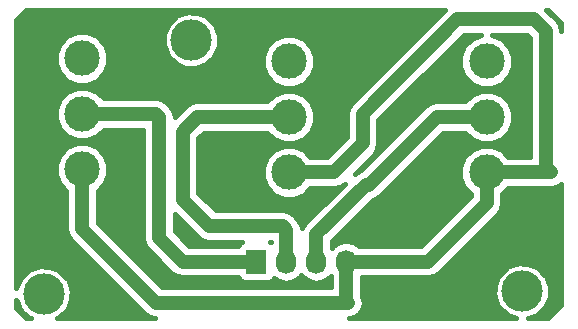
<source format=gbr>
G04 #@! TF.FileFunction,Copper,L1,Top,Signal*
%FSLAX46Y46*%
G04 Gerber Fmt 4.6, Leading zero omitted, Abs format (unit mm)*
G04 Created by KiCad (PCBNEW 4.0.0-rc2-stable) date 2-4-2016 11:02:50*
%MOMM*%
G01*
G04 APERTURE LIST*
%ADD10C,0.100000*%
%ADD11C,3.500120*%
%ADD12R,1.727200X2.032000*%
%ADD13O,1.727200X2.032000*%
%ADD14C,2.997200*%
%ADD15C,1.200000*%
%ADD16C,0.450000*%
%ADD17C,0.454000*%
G04 APERTURE END LIST*
D10*
D11*
X57250000Y-38500000D03*
D12*
X34750000Y-36000000D03*
D13*
X37290000Y-36000000D03*
X39830000Y-36000000D03*
X42370000Y-36000000D03*
D14*
X54250000Y-28449000D03*
X54250000Y-23750000D03*
X54250000Y-19051000D03*
X20000000Y-28199000D03*
X20000000Y-23500000D03*
X20000000Y-18801000D03*
X37500000Y-28449000D03*
X37500000Y-23750000D03*
X37500000Y-19051000D03*
D11*
X16750000Y-38750000D03*
X29250000Y-17250000D03*
D15*
X34750000Y-36000000D02*
X28500000Y-36000000D01*
X26250000Y-23500000D02*
X20000000Y-23500000D01*
X26500000Y-23750000D02*
X26250000Y-23500000D01*
X26500000Y-34000000D02*
X26500000Y-23750000D01*
X28500000Y-36000000D02*
X26500000Y-34000000D01*
X37500000Y-23750000D02*
X29750000Y-23750000D01*
X37290000Y-33290000D02*
X37290000Y-36000000D01*
X37000000Y-33000000D02*
X37290000Y-33290000D01*
X30750000Y-33000000D02*
X37000000Y-33000000D01*
X28500000Y-30750000D02*
X30750000Y-33000000D01*
X28500000Y-25000000D02*
X28500000Y-30750000D01*
X29750000Y-23750000D02*
X28500000Y-25000000D01*
X54250000Y-23750000D02*
X50000000Y-23750000D01*
X39830000Y-33670000D02*
X39830000Y-36000000D01*
X44000000Y-29500000D02*
X39830000Y-33670000D01*
X44250000Y-29500000D02*
X44000000Y-29500000D01*
X50000000Y-23750000D02*
X44250000Y-29500000D01*
X54250000Y-28449000D02*
X59699000Y-28449000D01*
X41301000Y-28449000D02*
X37500000Y-28449000D01*
X43750000Y-26000000D02*
X41301000Y-28449000D01*
X43750000Y-23500000D02*
X43750000Y-26000000D01*
X51750000Y-15500000D02*
X43750000Y-23500000D01*
X58250000Y-15500000D02*
X51750000Y-15500000D01*
X59250000Y-16500000D02*
X58250000Y-15500000D01*
X59250000Y-28000000D02*
X59250000Y-16500000D01*
X59699000Y-28449000D02*
X59250000Y-28000000D01*
X20000000Y-28199000D02*
X20000000Y-33250000D01*
X42370000Y-39370000D02*
X42370000Y-36000000D01*
X42500000Y-39500000D02*
X42370000Y-39370000D01*
X26250000Y-39500000D02*
X42500000Y-39500000D01*
X20000000Y-33250000D02*
X26250000Y-39500000D01*
X54250000Y-28449000D02*
X54250000Y-31000000D01*
X49250000Y-36000000D02*
X42370000Y-36000000D01*
X54250000Y-31000000D02*
X49250000Y-36000000D01*
D16*
X42370000Y-36000000D02*
X42620000Y-35750000D01*
D17*
G36*
X60565000Y-39716264D02*
X59466264Y-40815000D01*
X57741382Y-40815000D01*
X57836324Y-40775771D01*
X58516985Y-40515855D01*
X58627554Y-40441975D01*
X58648822Y-40391908D01*
X59143406Y-39898185D01*
X59191975Y-39877554D01*
X59214487Y-39827228D01*
X59221754Y-39819974D01*
X59273797Y-39694640D01*
X59571318Y-39029532D01*
X59572858Y-38974425D01*
X59576796Y-38964940D01*
X59576914Y-38829205D01*
X59597261Y-38100893D01*
X59577595Y-38049392D01*
X59577604Y-38039122D01*
X59525771Y-37913676D01*
X59265855Y-37233015D01*
X59191975Y-37122446D01*
X59141908Y-37101178D01*
X58648185Y-36606594D01*
X58627554Y-36558025D01*
X58577228Y-36535513D01*
X58569974Y-36528246D01*
X58444640Y-36476203D01*
X57779532Y-36178682D01*
X57724425Y-36177142D01*
X57714940Y-36173204D01*
X57579205Y-36173086D01*
X56850893Y-36152739D01*
X56799392Y-36172405D01*
X56789122Y-36172396D01*
X56663676Y-36224229D01*
X55983015Y-36484145D01*
X55872446Y-36558025D01*
X55851178Y-36608092D01*
X55356594Y-37101815D01*
X55308025Y-37122446D01*
X55285513Y-37172772D01*
X55278246Y-37180026D01*
X55226203Y-37305360D01*
X54928682Y-37970468D01*
X54927142Y-38025575D01*
X54923204Y-38035060D01*
X54923086Y-38170795D01*
X54902739Y-38899107D01*
X54922405Y-38950608D01*
X54922396Y-38960878D01*
X54974229Y-39086324D01*
X55234145Y-39766985D01*
X55308025Y-39877554D01*
X55358092Y-39898822D01*
X55851815Y-40393406D01*
X55872446Y-40441975D01*
X55922772Y-40464487D01*
X55930026Y-40471754D01*
X56055360Y-40523797D01*
X56706344Y-40815000D01*
X42560332Y-40815000D01*
X43007821Y-40725988D01*
X43438331Y-40438331D01*
X43725988Y-40007821D01*
X43827001Y-39500000D01*
X43725988Y-38992179D01*
X43697000Y-38948795D01*
X43697000Y-37327000D01*
X49250000Y-37327000D01*
X49757821Y-37225988D01*
X50188331Y-36938331D01*
X55188331Y-31938331D01*
X55475988Y-31507821D01*
X55577001Y-31000000D01*
X55577000Y-30999995D01*
X55577000Y-30269045D01*
X56070906Y-29776000D01*
X59698995Y-29776000D01*
X59699000Y-29776001D01*
X60206821Y-29674988D01*
X60565000Y-29435661D01*
X60565000Y-39716264D01*
X60565000Y-39716264D01*
G37*
X60565000Y-39716264D02*
X59466264Y-40815000D01*
X57741382Y-40815000D01*
X57836324Y-40775771D01*
X58516985Y-40515855D01*
X58627554Y-40441975D01*
X58648822Y-40391908D01*
X59143406Y-39898185D01*
X59191975Y-39877554D01*
X59214487Y-39827228D01*
X59221754Y-39819974D01*
X59273797Y-39694640D01*
X59571318Y-39029532D01*
X59572858Y-38974425D01*
X59576796Y-38964940D01*
X59576914Y-38829205D01*
X59597261Y-38100893D01*
X59577595Y-38049392D01*
X59577604Y-38039122D01*
X59525771Y-37913676D01*
X59265855Y-37233015D01*
X59191975Y-37122446D01*
X59141908Y-37101178D01*
X58648185Y-36606594D01*
X58627554Y-36558025D01*
X58577228Y-36535513D01*
X58569974Y-36528246D01*
X58444640Y-36476203D01*
X57779532Y-36178682D01*
X57724425Y-36177142D01*
X57714940Y-36173204D01*
X57579205Y-36173086D01*
X56850893Y-36152739D01*
X56799392Y-36172405D01*
X56789122Y-36172396D01*
X56663676Y-36224229D01*
X55983015Y-36484145D01*
X55872446Y-36558025D01*
X55851178Y-36608092D01*
X55356594Y-37101815D01*
X55308025Y-37122446D01*
X55285513Y-37172772D01*
X55278246Y-37180026D01*
X55226203Y-37305360D01*
X54928682Y-37970468D01*
X54927142Y-38025575D01*
X54923204Y-38035060D01*
X54923086Y-38170795D01*
X54902739Y-38899107D01*
X54922405Y-38950608D01*
X54922396Y-38960878D01*
X54974229Y-39086324D01*
X55234145Y-39766985D01*
X55308025Y-39877554D01*
X55358092Y-39898822D01*
X55851815Y-40393406D01*
X55872446Y-40441975D01*
X55922772Y-40464487D01*
X55930026Y-40471754D01*
X56055360Y-40523797D01*
X56706344Y-40815000D01*
X42560332Y-40815000D01*
X43007821Y-40725988D01*
X43438331Y-40438331D01*
X43725988Y-40007821D01*
X43827001Y-39500000D01*
X43725988Y-38992179D01*
X43697000Y-38948795D01*
X43697000Y-37327000D01*
X49250000Y-37327000D01*
X49757821Y-37225988D01*
X50188331Y-36938331D01*
X55188331Y-31938331D01*
X55475988Y-31507821D01*
X55577001Y-31000000D01*
X55577000Y-30999995D01*
X55577000Y-30269045D01*
X56070906Y-29776000D01*
X59698995Y-29776000D01*
X59699000Y-29776001D01*
X60206821Y-29674988D01*
X60565000Y-29435661D01*
X60565000Y-39716264D01*
G36*
X14474229Y-39336324D02*
X14734145Y-40016985D01*
X14808025Y-40127554D01*
X14858092Y-40148822D01*
X15351815Y-40643406D01*
X15372446Y-40691975D01*
X15422772Y-40714487D01*
X15430026Y-40721754D01*
X15555360Y-40773797D01*
X15647469Y-40815000D01*
X15283736Y-40815000D01*
X14435000Y-39966264D01*
X14435000Y-39241382D01*
X14474229Y-39336324D01*
X14474229Y-39336324D01*
G37*
X14474229Y-39336324D02*
X14734145Y-40016985D01*
X14808025Y-40127554D01*
X14858092Y-40148822D01*
X15351815Y-40643406D01*
X15372446Y-40691975D01*
X15422772Y-40714487D01*
X15430026Y-40721754D01*
X15555360Y-40773797D01*
X15647469Y-40815000D01*
X15283736Y-40815000D01*
X14435000Y-39966264D01*
X14435000Y-39241382D01*
X14474229Y-39336324D01*
G36*
X42811669Y-22561669D02*
X42524012Y-22992179D01*
X42423000Y-23500000D01*
X42423000Y-25450338D01*
X40751338Y-27122000D01*
X39320045Y-27122000D01*
X38762347Y-26563328D01*
X37944641Y-26223787D01*
X37059243Y-26223015D01*
X36240946Y-26561128D01*
X35614328Y-27186653D01*
X35274787Y-28004359D01*
X35274015Y-28889757D01*
X35612128Y-29708054D01*
X36237653Y-30334672D01*
X37055359Y-30674213D01*
X37940757Y-30674985D01*
X38759054Y-30336872D01*
X39320906Y-29776000D01*
X41301000Y-29776000D01*
X41808821Y-29674988D01*
X42229316Y-29394023D01*
X38891669Y-32731669D01*
X38604012Y-33162179D01*
X38597793Y-33193442D01*
X38515988Y-32782179D01*
X38228331Y-32351669D01*
X37938331Y-32061669D01*
X37507821Y-31774012D01*
X37000000Y-31673000D01*
X31299661Y-31673000D01*
X29827000Y-30200338D01*
X29827000Y-25549662D01*
X30299662Y-25077000D01*
X35679955Y-25077000D01*
X36237653Y-25635672D01*
X37055359Y-25975213D01*
X37940757Y-25975985D01*
X38759054Y-25637872D01*
X39385672Y-25012347D01*
X39725213Y-24194641D01*
X39725985Y-23309243D01*
X39387872Y-22490946D01*
X38762347Y-21864328D01*
X37944641Y-21524787D01*
X37059243Y-21524015D01*
X36240946Y-21862128D01*
X35679094Y-22423000D01*
X29750000Y-22423000D01*
X29242179Y-22524012D01*
X28811669Y-22811669D01*
X27827000Y-23796338D01*
X27827000Y-23750000D01*
X27725988Y-23242179D01*
X27438331Y-22811669D01*
X27438328Y-22811667D01*
X27188331Y-22561669D01*
X26757821Y-22274012D01*
X26250000Y-22173000D01*
X21820045Y-22173000D01*
X21262347Y-21614328D01*
X20444641Y-21274787D01*
X19559243Y-21274015D01*
X18740946Y-21612128D01*
X18114328Y-22237653D01*
X17774787Y-23055359D01*
X17774015Y-23940757D01*
X18112128Y-24759054D01*
X18737653Y-25385672D01*
X19555359Y-25725213D01*
X20440757Y-25725985D01*
X21259054Y-25387872D01*
X21820906Y-24827000D01*
X25173000Y-24827000D01*
X25173000Y-34000000D01*
X25274012Y-34507821D01*
X25561669Y-34938331D01*
X27561669Y-36938331D01*
X27992179Y-37225988D01*
X28500000Y-37327000D01*
X33222613Y-37327000D01*
X33355072Y-37532846D01*
X33598015Y-37698843D01*
X33886400Y-37757242D01*
X35613600Y-37757242D01*
X35883010Y-37706549D01*
X36130446Y-37547328D01*
X36252099Y-37369284D01*
X36681304Y-37656070D01*
X37290000Y-37777147D01*
X37898696Y-37656070D01*
X38414724Y-37311271D01*
X38560000Y-37093850D01*
X38705276Y-37311271D01*
X39221304Y-37656070D01*
X39830000Y-37777147D01*
X40438696Y-37656070D01*
X40954724Y-37311271D01*
X41043000Y-37179157D01*
X41043000Y-38173000D01*
X26799662Y-38173000D01*
X21327000Y-32700338D01*
X21327000Y-30019045D01*
X21885672Y-29461347D01*
X22225213Y-28643641D01*
X22225985Y-27758243D01*
X21887872Y-26939946D01*
X21262347Y-26313328D01*
X20444641Y-25973787D01*
X19559243Y-25973015D01*
X18740946Y-26311128D01*
X18114328Y-26936653D01*
X17774787Y-27754359D01*
X17774015Y-28639757D01*
X18112128Y-29458054D01*
X18673000Y-30019906D01*
X18673000Y-33250000D01*
X18774012Y-33757821D01*
X19061669Y-34188331D01*
X25311669Y-40438331D01*
X25742179Y-40725988D01*
X26189668Y-40815000D01*
X17888285Y-40815000D01*
X18016985Y-40765855D01*
X18127554Y-40691975D01*
X18148822Y-40641908D01*
X18643406Y-40148185D01*
X18691975Y-40127554D01*
X18714487Y-40077228D01*
X18721754Y-40069974D01*
X18773797Y-39944640D01*
X19071318Y-39279532D01*
X19072858Y-39224425D01*
X19076796Y-39214940D01*
X19076914Y-39079205D01*
X19097261Y-38350893D01*
X19077595Y-38299392D01*
X19077604Y-38289122D01*
X19025771Y-38163676D01*
X18765855Y-37483015D01*
X18691975Y-37372446D01*
X18641908Y-37351178D01*
X18148185Y-36856594D01*
X18127554Y-36808025D01*
X18077228Y-36785513D01*
X18069974Y-36778246D01*
X17944640Y-36726203D01*
X17279532Y-36428682D01*
X17224425Y-36427142D01*
X17214940Y-36423204D01*
X17079205Y-36423086D01*
X16350893Y-36402739D01*
X16299392Y-36422405D01*
X16289122Y-36422396D01*
X16163676Y-36474229D01*
X15483015Y-36734145D01*
X15372446Y-36808025D01*
X15351178Y-36858092D01*
X14856594Y-37351815D01*
X14808025Y-37372446D01*
X14785513Y-37422772D01*
X14778246Y-37430026D01*
X14726203Y-37555360D01*
X14435000Y-38206344D01*
X14435000Y-19241757D01*
X17774015Y-19241757D01*
X18112128Y-20060054D01*
X18737653Y-20686672D01*
X19555359Y-21026213D01*
X20440757Y-21026985D01*
X21259054Y-20688872D01*
X21885672Y-20063347D01*
X22225213Y-19245641D01*
X22225985Y-18360243D01*
X21932150Y-17649107D01*
X26902739Y-17649107D01*
X26922405Y-17700608D01*
X26922396Y-17710878D01*
X26974229Y-17836324D01*
X27234145Y-18516985D01*
X27308025Y-18627554D01*
X27358092Y-18648822D01*
X27851815Y-19143406D01*
X27872446Y-19191975D01*
X27922772Y-19214487D01*
X27930026Y-19221754D01*
X28055360Y-19273797D01*
X28720468Y-19571318D01*
X28775575Y-19572858D01*
X28785060Y-19576796D01*
X28920795Y-19576914D01*
X29649107Y-19597261D01*
X29700608Y-19577595D01*
X29710878Y-19577604D01*
X29836324Y-19525771D01*
X29925398Y-19491757D01*
X35274015Y-19491757D01*
X35612128Y-20310054D01*
X36237653Y-20936672D01*
X37055359Y-21276213D01*
X37940757Y-21276985D01*
X38759054Y-20938872D01*
X39385672Y-20313347D01*
X39725213Y-19495641D01*
X39725985Y-18610243D01*
X39387872Y-17791946D01*
X38762347Y-17165328D01*
X37944641Y-16825787D01*
X37059243Y-16825015D01*
X36240946Y-17163128D01*
X35614328Y-17788653D01*
X35274787Y-18606359D01*
X35274015Y-19491757D01*
X29925398Y-19491757D01*
X30516985Y-19265855D01*
X30627554Y-19191975D01*
X30648822Y-19141908D01*
X31143406Y-18648185D01*
X31191975Y-18627554D01*
X31214487Y-18577228D01*
X31221754Y-18569974D01*
X31273797Y-18444640D01*
X31571318Y-17779532D01*
X31572858Y-17724425D01*
X31576796Y-17714940D01*
X31576914Y-17579205D01*
X31597261Y-16850893D01*
X31577595Y-16799392D01*
X31577604Y-16789122D01*
X31525771Y-16663676D01*
X31265855Y-15983015D01*
X31191975Y-15872446D01*
X31141908Y-15851178D01*
X30648185Y-15356594D01*
X30627554Y-15308025D01*
X30577228Y-15285513D01*
X30569974Y-15278246D01*
X30444640Y-15226203D01*
X29779532Y-14928682D01*
X29724425Y-14927142D01*
X29714940Y-14923204D01*
X29579205Y-14923086D01*
X28850893Y-14902739D01*
X28799392Y-14922405D01*
X28789122Y-14922396D01*
X28663676Y-14974229D01*
X27983015Y-15234145D01*
X27872446Y-15308025D01*
X27851178Y-15358092D01*
X27356594Y-15851815D01*
X27308025Y-15872446D01*
X27285513Y-15922772D01*
X27278246Y-15930026D01*
X27226203Y-16055360D01*
X26928682Y-16720468D01*
X26927142Y-16775575D01*
X26923204Y-16785060D01*
X26923086Y-16920795D01*
X26902739Y-17649107D01*
X21932150Y-17649107D01*
X21887872Y-17541946D01*
X21262347Y-16915328D01*
X20444641Y-16575787D01*
X19559243Y-16575015D01*
X18740946Y-16913128D01*
X18114328Y-17538653D01*
X17774787Y-18356359D01*
X17774015Y-19241757D01*
X14435000Y-19241757D01*
X14435000Y-15533736D01*
X15283736Y-14685000D01*
X50688339Y-14685000D01*
X42811669Y-22561669D01*
X42811669Y-22561669D01*
G37*
X42811669Y-22561669D02*
X42524012Y-22992179D01*
X42423000Y-23500000D01*
X42423000Y-25450338D01*
X40751338Y-27122000D01*
X39320045Y-27122000D01*
X38762347Y-26563328D01*
X37944641Y-26223787D01*
X37059243Y-26223015D01*
X36240946Y-26561128D01*
X35614328Y-27186653D01*
X35274787Y-28004359D01*
X35274015Y-28889757D01*
X35612128Y-29708054D01*
X36237653Y-30334672D01*
X37055359Y-30674213D01*
X37940757Y-30674985D01*
X38759054Y-30336872D01*
X39320906Y-29776000D01*
X41301000Y-29776000D01*
X41808821Y-29674988D01*
X42229316Y-29394023D01*
X38891669Y-32731669D01*
X38604012Y-33162179D01*
X38597793Y-33193442D01*
X38515988Y-32782179D01*
X38228331Y-32351669D01*
X37938331Y-32061669D01*
X37507821Y-31774012D01*
X37000000Y-31673000D01*
X31299661Y-31673000D01*
X29827000Y-30200338D01*
X29827000Y-25549662D01*
X30299662Y-25077000D01*
X35679955Y-25077000D01*
X36237653Y-25635672D01*
X37055359Y-25975213D01*
X37940757Y-25975985D01*
X38759054Y-25637872D01*
X39385672Y-25012347D01*
X39725213Y-24194641D01*
X39725985Y-23309243D01*
X39387872Y-22490946D01*
X38762347Y-21864328D01*
X37944641Y-21524787D01*
X37059243Y-21524015D01*
X36240946Y-21862128D01*
X35679094Y-22423000D01*
X29750000Y-22423000D01*
X29242179Y-22524012D01*
X28811669Y-22811669D01*
X27827000Y-23796338D01*
X27827000Y-23750000D01*
X27725988Y-23242179D01*
X27438331Y-22811669D01*
X27438328Y-22811667D01*
X27188331Y-22561669D01*
X26757821Y-22274012D01*
X26250000Y-22173000D01*
X21820045Y-22173000D01*
X21262347Y-21614328D01*
X20444641Y-21274787D01*
X19559243Y-21274015D01*
X18740946Y-21612128D01*
X18114328Y-22237653D01*
X17774787Y-23055359D01*
X17774015Y-23940757D01*
X18112128Y-24759054D01*
X18737653Y-25385672D01*
X19555359Y-25725213D01*
X20440757Y-25725985D01*
X21259054Y-25387872D01*
X21820906Y-24827000D01*
X25173000Y-24827000D01*
X25173000Y-34000000D01*
X25274012Y-34507821D01*
X25561669Y-34938331D01*
X27561669Y-36938331D01*
X27992179Y-37225988D01*
X28500000Y-37327000D01*
X33222613Y-37327000D01*
X33355072Y-37532846D01*
X33598015Y-37698843D01*
X33886400Y-37757242D01*
X35613600Y-37757242D01*
X35883010Y-37706549D01*
X36130446Y-37547328D01*
X36252099Y-37369284D01*
X36681304Y-37656070D01*
X37290000Y-37777147D01*
X37898696Y-37656070D01*
X38414724Y-37311271D01*
X38560000Y-37093850D01*
X38705276Y-37311271D01*
X39221304Y-37656070D01*
X39830000Y-37777147D01*
X40438696Y-37656070D01*
X40954724Y-37311271D01*
X41043000Y-37179157D01*
X41043000Y-38173000D01*
X26799662Y-38173000D01*
X21327000Y-32700338D01*
X21327000Y-30019045D01*
X21885672Y-29461347D01*
X22225213Y-28643641D01*
X22225985Y-27758243D01*
X21887872Y-26939946D01*
X21262347Y-26313328D01*
X20444641Y-25973787D01*
X19559243Y-25973015D01*
X18740946Y-26311128D01*
X18114328Y-26936653D01*
X17774787Y-27754359D01*
X17774015Y-28639757D01*
X18112128Y-29458054D01*
X18673000Y-30019906D01*
X18673000Y-33250000D01*
X18774012Y-33757821D01*
X19061669Y-34188331D01*
X25311669Y-40438331D01*
X25742179Y-40725988D01*
X26189668Y-40815000D01*
X17888285Y-40815000D01*
X18016985Y-40765855D01*
X18127554Y-40691975D01*
X18148822Y-40641908D01*
X18643406Y-40148185D01*
X18691975Y-40127554D01*
X18714487Y-40077228D01*
X18721754Y-40069974D01*
X18773797Y-39944640D01*
X19071318Y-39279532D01*
X19072858Y-39224425D01*
X19076796Y-39214940D01*
X19076914Y-39079205D01*
X19097261Y-38350893D01*
X19077595Y-38299392D01*
X19077604Y-38289122D01*
X19025771Y-38163676D01*
X18765855Y-37483015D01*
X18691975Y-37372446D01*
X18641908Y-37351178D01*
X18148185Y-36856594D01*
X18127554Y-36808025D01*
X18077228Y-36785513D01*
X18069974Y-36778246D01*
X17944640Y-36726203D01*
X17279532Y-36428682D01*
X17224425Y-36427142D01*
X17214940Y-36423204D01*
X17079205Y-36423086D01*
X16350893Y-36402739D01*
X16299392Y-36422405D01*
X16289122Y-36422396D01*
X16163676Y-36474229D01*
X15483015Y-36734145D01*
X15372446Y-36808025D01*
X15351178Y-36858092D01*
X14856594Y-37351815D01*
X14808025Y-37372446D01*
X14785513Y-37422772D01*
X14778246Y-37430026D01*
X14726203Y-37555360D01*
X14435000Y-38206344D01*
X14435000Y-19241757D01*
X17774015Y-19241757D01*
X18112128Y-20060054D01*
X18737653Y-20686672D01*
X19555359Y-21026213D01*
X20440757Y-21026985D01*
X21259054Y-20688872D01*
X21885672Y-20063347D01*
X22225213Y-19245641D01*
X22225985Y-18360243D01*
X21932150Y-17649107D01*
X26902739Y-17649107D01*
X26922405Y-17700608D01*
X26922396Y-17710878D01*
X26974229Y-17836324D01*
X27234145Y-18516985D01*
X27308025Y-18627554D01*
X27358092Y-18648822D01*
X27851815Y-19143406D01*
X27872446Y-19191975D01*
X27922772Y-19214487D01*
X27930026Y-19221754D01*
X28055360Y-19273797D01*
X28720468Y-19571318D01*
X28775575Y-19572858D01*
X28785060Y-19576796D01*
X28920795Y-19576914D01*
X29649107Y-19597261D01*
X29700608Y-19577595D01*
X29710878Y-19577604D01*
X29836324Y-19525771D01*
X29925398Y-19491757D01*
X35274015Y-19491757D01*
X35612128Y-20310054D01*
X36237653Y-20936672D01*
X37055359Y-21276213D01*
X37940757Y-21276985D01*
X38759054Y-20938872D01*
X39385672Y-20313347D01*
X39725213Y-19495641D01*
X39725985Y-18610243D01*
X39387872Y-17791946D01*
X38762347Y-17165328D01*
X37944641Y-16825787D01*
X37059243Y-16825015D01*
X36240946Y-17163128D01*
X35614328Y-17788653D01*
X35274787Y-18606359D01*
X35274015Y-19491757D01*
X29925398Y-19491757D01*
X30516985Y-19265855D01*
X30627554Y-19191975D01*
X30648822Y-19141908D01*
X31143406Y-18648185D01*
X31191975Y-18627554D01*
X31214487Y-18577228D01*
X31221754Y-18569974D01*
X31273797Y-18444640D01*
X31571318Y-17779532D01*
X31572858Y-17724425D01*
X31576796Y-17714940D01*
X31576914Y-17579205D01*
X31597261Y-16850893D01*
X31577595Y-16799392D01*
X31577604Y-16789122D01*
X31525771Y-16663676D01*
X31265855Y-15983015D01*
X31191975Y-15872446D01*
X31141908Y-15851178D01*
X30648185Y-15356594D01*
X30627554Y-15308025D01*
X30577228Y-15285513D01*
X30569974Y-15278246D01*
X30444640Y-15226203D01*
X29779532Y-14928682D01*
X29724425Y-14927142D01*
X29714940Y-14923204D01*
X29579205Y-14923086D01*
X28850893Y-14902739D01*
X28799392Y-14922405D01*
X28789122Y-14922396D01*
X28663676Y-14974229D01*
X27983015Y-15234145D01*
X27872446Y-15308025D01*
X27851178Y-15358092D01*
X27356594Y-15851815D01*
X27308025Y-15872446D01*
X27285513Y-15922772D01*
X27278246Y-15930026D01*
X27226203Y-16055360D01*
X26928682Y-16720468D01*
X26927142Y-16775575D01*
X26923204Y-16785060D01*
X26923086Y-16920795D01*
X26902739Y-17649107D01*
X21932150Y-17649107D01*
X21887872Y-17541946D01*
X21262347Y-16915328D01*
X20444641Y-16575787D01*
X19559243Y-16575015D01*
X18740946Y-16913128D01*
X18114328Y-17538653D01*
X17774787Y-18356359D01*
X17774015Y-19241757D01*
X14435000Y-19241757D01*
X14435000Y-15533736D01*
X15283736Y-14685000D01*
X50688339Y-14685000D01*
X42811669Y-22561669D01*
G36*
X52990946Y-17163128D02*
X52364328Y-17788653D01*
X52024787Y-18606359D01*
X52024015Y-19491757D01*
X52362128Y-20310054D01*
X52987653Y-20936672D01*
X53805359Y-21276213D01*
X54690757Y-21276985D01*
X55509054Y-20938872D01*
X56135672Y-20313347D01*
X56475213Y-19495641D01*
X56475985Y-18610243D01*
X56137872Y-17791946D01*
X55512347Y-17165328D01*
X54697562Y-16827000D01*
X57700338Y-16827000D01*
X57923000Y-17049661D01*
X57923000Y-27122000D01*
X56070045Y-27122000D01*
X55512347Y-26563328D01*
X54694641Y-26223787D01*
X53809243Y-26223015D01*
X52990946Y-26561128D01*
X52364328Y-27186653D01*
X52024787Y-28004359D01*
X52024015Y-28889757D01*
X52362128Y-29708054D01*
X52923000Y-30269906D01*
X52923000Y-30450338D01*
X48700338Y-34673000D01*
X43471184Y-34673000D01*
X42978696Y-34343930D01*
X42370000Y-34222853D01*
X41761304Y-34343930D01*
X41245276Y-34688729D01*
X41157000Y-34820843D01*
X41157000Y-34219662D01*
X44624068Y-30752593D01*
X44757821Y-30725988D01*
X45188331Y-30438331D01*
X50549662Y-25077000D01*
X52429955Y-25077000D01*
X52987653Y-25635672D01*
X53805359Y-25975213D01*
X54690757Y-25975985D01*
X55509054Y-25637872D01*
X56135672Y-25012347D01*
X56475213Y-24194641D01*
X56475985Y-23309243D01*
X56137872Y-22490946D01*
X55512347Y-21864328D01*
X54694641Y-21524787D01*
X53809243Y-21524015D01*
X52990946Y-21862128D01*
X52429094Y-22423000D01*
X50000000Y-22423000D01*
X49492179Y-22524012D01*
X49061669Y-22811669D01*
X43625931Y-28247407D01*
X43576433Y-28257253D01*
X43492179Y-28274012D01*
X43071686Y-28554976D01*
X44688331Y-26938331D01*
X44975988Y-26507821D01*
X45077000Y-26000000D01*
X45077000Y-24049662D01*
X52299661Y-16827000D01*
X53804439Y-16827000D01*
X52990946Y-17163128D01*
X52990946Y-17163128D01*
G37*
X52990946Y-17163128D02*
X52364328Y-17788653D01*
X52024787Y-18606359D01*
X52024015Y-19491757D01*
X52362128Y-20310054D01*
X52987653Y-20936672D01*
X53805359Y-21276213D01*
X54690757Y-21276985D01*
X55509054Y-20938872D01*
X56135672Y-20313347D01*
X56475213Y-19495641D01*
X56475985Y-18610243D01*
X56137872Y-17791946D01*
X55512347Y-17165328D01*
X54697562Y-16827000D01*
X57700338Y-16827000D01*
X57923000Y-17049661D01*
X57923000Y-27122000D01*
X56070045Y-27122000D01*
X55512347Y-26563328D01*
X54694641Y-26223787D01*
X53809243Y-26223015D01*
X52990946Y-26561128D01*
X52364328Y-27186653D01*
X52024787Y-28004359D01*
X52024015Y-28889757D01*
X52362128Y-29708054D01*
X52923000Y-30269906D01*
X52923000Y-30450338D01*
X48700338Y-34673000D01*
X43471184Y-34673000D01*
X42978696Y-34343930D01*
X42370000Y-34222853D01*
X41761304Y-34343930D01*
X41245276Y-34688729D01*
X41157000Y-34820843D01*
X41157000Y-34219662D01*
X44624068Y-30752593D01*
X44757821Y-30725988D01*
X45188331Y-30438331D01*
X50549662Y-25077000D01*
X52429955Y-25077000D01*
X52987653Y-25635672D01*
X53805359Y-25975213D01*
X54690757Y-25975985D01*
X55509054Y-25637872D01*
X56135672Y-25012347D01*
X56475213Y-24194641D01*
X56475985Y-23309243D01*
X56137872Y-22490946D01*
X55512347Y-21864328D01*
X54694641Y-21524787D01*
X53809243Y-21524015D01*
X52990946Y-21862128D01*
X52429094Y-22423000D01*
X50000000Y-22423000D01*
X49492179Y-22524012D01*
X49061669Y-22811669D01*
X43625931Y-28247407D01*
X43576433Y-28257253D01*
X43492179Y-28274012D01*
X43071686Y-28554976D01*
X44688331Y-26938331D01*
X44975988Y-26507821D01*
X45077000Y-26000000D01*
X45077000Y-24049662D01*
X52299661Y-16827000D01*
X53804439Y-16827000D01*
X52990946Y-17163128D01*
G36*
X29811667Y-33938328D02*
X29811669Y-33938331D01*
X30242179Y-34225988D01*
X30326433Y-34242747D01*
X30750000Y-34327001D01*
X30750005Y-34327000D01*
X33564853Y-34327000D01*
X33369554Y-34452672D01*
X33219009Y-34673000D01*
X29049662Y-34673000D01*
X27827000Y-33450338D01*
X27827000Y-31953662D01*
X29811667Y-33938328D01*
X29811667Y-33938328D01*
G37*
X29811667Y-33938328D02*
X29811669Y-33938331D01*
X30242179Y-34225988D01*
X30326433Y-34242747D01*
X30750000Y-34327001D01*
X30750005Y-34327000D01*
X33564853Y-34327000D01*
X33369554Y-34452672D01*
X33219009Y-34673000D01*
X29049662Y-34673000D01*
X27827000Y-33450338D01*
X27827000Y-31953662D01*
X29811667Y-33938328D01*
G36*
X35963000Y-34342847D02*
X35939807Y-34327000D01*
X35963000Y-34327000D01*
X35963000Y-34342847D01*
X35963000Y-34342847D01*
G37*
X35963000Y-34342847D02*
X35939807Y-34327000D01*
X35963000Y-34327000D01*
X35963000Y-34342847D01*
G36*
X60565000Y-15783736D02*
X60565000Y-16439668D01*
X60475988Y-15992180D01*
X60475988Y-15992179D01*
X60188331Y-15561669D01*
X60188328Y-15561667D01*
X59311662Y-14685000D01*
X59466264Y-14685000D01*
X60565000Y-15783736D01*
X60565000Y-15783736D01*
G37*
X60565000Y-15783736D02*
X60565000Y-16439668D01*
X60475988Y-15992180D01*
X60475988Y-15992179D01*
X60188331Y-15561669D01*
X60188328Y-15561667D01*
X59311662Y-14685000D01*
X59466264Y-14685000D01*
X60565000Y-15783736D01*
M02*

</source>
